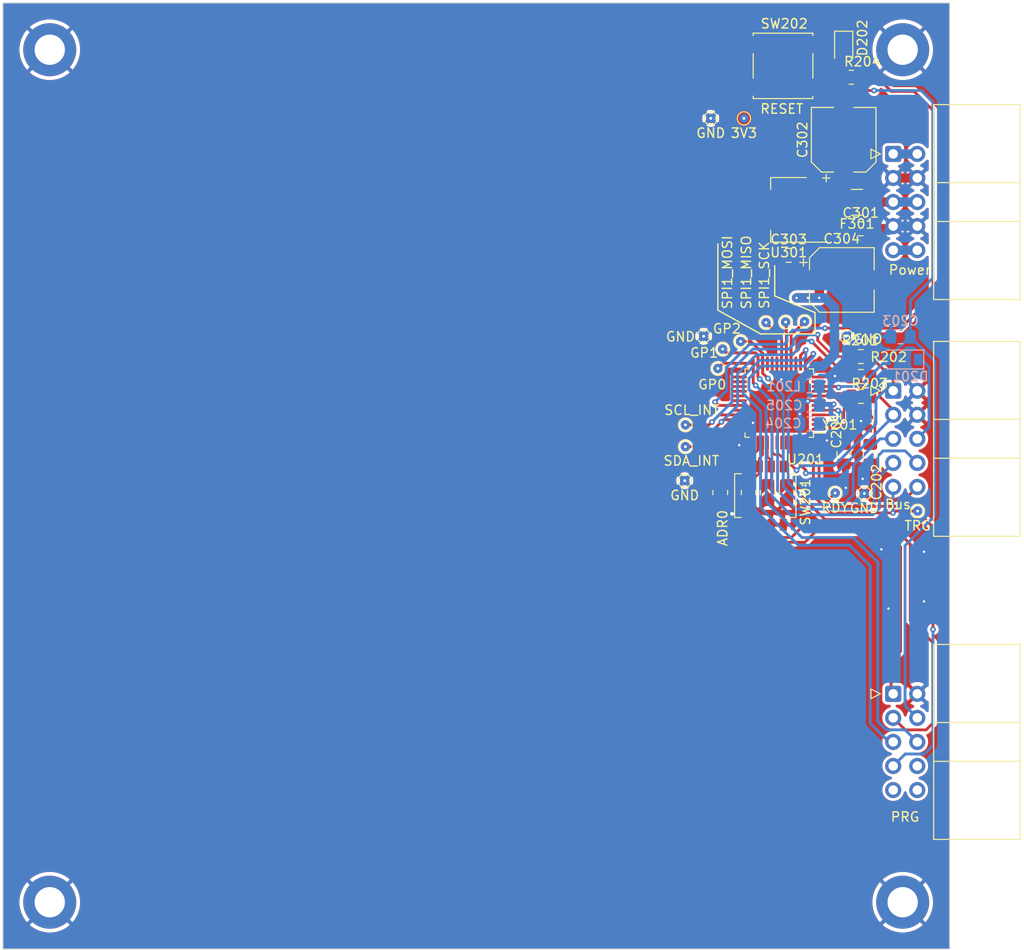
<source format=kicad_pcb>
(kicad_pcb (version 20221018) (generator pcbnew)
  (layers (0 "F.Cu" signal) (31 "B.Cu" signal) (34 "B.Paste" user) (35 "F.Paste" user) (36 "B.SilkS" user "B.Silkscreen") (37 "F.SilkS" user "F.Silkscreen") (38 "B.Mask" user) (39 "F.Mask" user) (44 "Edge.Cuts" user))
  (net 0 "")
  (net 1 "/EuroMeasure/SPI1_SCK")
  (net 2 "GND")
  (net 3 "+5V")
  (net 4 "/EuroMeasure/SPI1_MISO")
  (net 5 "/EuroMeasure/SCL_EXT")
  (net 6 "/EuroMeasure/SDA_EXT")
  (net 7 "/EuroMeasure/GP2")
  (net 8 "/EuroMeasure/RST")
  (net 9 "/EuroMeasure/GP0")
  (net 10 "/EuroMeasure/GP1")
  (net 11 "/EuroMeasure/TRG")
  (net 12 "/EuroMeasure/RDY")
  (net 13 "/EuroMeasure/SWDIO")
  (net 14 "/EuroMeasure/SWCLK")
  (net 15 "+3.3V")
  (net 16 "/EuroMeasure/LOCAL_RST")
  (net 19 "-15V_INPUT")
  (net 20 "/EuroMeasure/RX_DEBUG")
  (net 21 "/EuroMeasure/TX_DEBUG")
  (net 22 "/EuroMeasure/ADR0")
  (net 23 "/EuroMeasure/ADR1")
  (net 24 "/EuroMeasure/ADR2")
  (net 25 "5V_INPUT")
  (net 26 "15V_INPUT")
  (net 27 "/EuroMeasure/SPI1_MOSI")
  (net 29 "/EuroMeasure/ADR3")
  (net 30 "/EuroMeasure/SCL_INT")
  (net 31 "/EuroMeasure/SDA_INT")
  (net 32 "Net-(U201-PF0-OSC_IN)")
  (net 33 "Net-(U201-VREF+)")
  (net 34 "/EuroMeasure/PC13")
  (net 35 "Net-(U201-VBAT)")
  (net 36 "Net-(D202-A)")
  (net 37 "/EuroMeasure/PA0")
  (net 38 "/EuroMeasure/PA1")
  (net 39 "/EuroMeasure/PA4")
  (net 40 "/EuroMeasure/PB0")
  (net 41 "/EuroMeasure/PB2")
  (net 42 "/EuroMeasure/SPI2_SCK")
  (net 43 "/EuroMeasure/SPI2_MISO")
  (net 44 "/EuroMeasure/PA15")
  (net 45 "/EuroMeasure/PB3")
  (net 46 "Net-(U201-PF1-OSC_OUT)")
  (net 47 "/EuroMeasure/PB1")
  (net 48 "/EuroMeasure/SPI2_MOSI")
  (net 49 "/EuroMeasure/PA8")
  (net 50 "/EuroMeasure/PA9")
  (net 51 "/EuroMeasure/PC6")
  (net 52 "/EuroMeasure/PA10")
  (net 53 "/EuroMeasure/PB4")
  (net 54 "/EuroMeasure/PB5")
  (net 55 "Net-(U201-PC7)")
  (net 56 "Net-(C202-Pad1)")
  (footprint "MEMS_Custom:EuroMeasure" (layer "F.Cu") (at 96.2225 50.095)
    (fp_text reference "B201" hide)
    (fp_text value "EuroBoard")
    (fp_rect (start 0.05 0.05) (end 99.95 99.95) (stroke (width 0.1)) (fill none) (layer "Edge.Cuts"))
  )
  (footprint "Capacitor_SMD:C_0805_2012Metric_Pad1.18x1.45mm_HandSolder" (layer "F.Cu") (at 186.8225 91.695 180)
    (fp_text reference "R203")
    (fp_text value "0R")
  )
  (footprint "Capacitor_SMD:C_0805_2012Metric_Pad1.18x1.45mm_HandSolder" (layer "F.Cu") (at 186.8225 89.595)
    (fp_text reference "R202")
    (fp_text value "0R")
  )
  (footprint "Capacitor_SMD:CP_Elec_6.3x7.7" (layer "F.Cu") (at 185 64.6 90)
    (fp_text reference "C302")
    (fp_text value "220u")
  )
  (footprint "MEMS_Passive:R_0805_2012Metric_Jumper" (layer "F.Cu") (at 178.9725 101.845 -90)
    (fp_text reference "JP204" hide)
    (fp_text value "ADR3")
  )
  (footprint "MEMS_Custom:TestPoint_Pad_D1.0mm" (layer "F.Cu") (at 192.8 103.8)
    (fp_text reference "TP211")
    (fp_text value "TRG")
  )
  (footprint "Capacitor_SMD:CP_Elec_6.3x7.7" (layer "F.Cu") (at 184.8 79.4)
    (fp_text reference "C304")
    (fp_text value "220u")
  )
  (footprint "Capacitor_SMD:C_0805_2012Metric_Pad1.18x1.45mm_HandSolder" (layer "F.Cu") (at 186.8 87.495 180)
    (fp_text reference "R201")
    (fp_text value "0R")
  )
  (footprint "Oscillator:Oscillator_SMD_Abracon_ASDMB-4Pin_2.5x2.0mm" (layer "F.Cu") (at 186.8225 94.295 180)
    (fp_text reference "Y201")
    (fp_text value "NX2520 16MHz")
  )
  (footprint "MEMS_Custom:TestPoint_Pad_D1.0mm" (layer "F.Cu") (at 178.8725 83.845 90)
    (fp_text reference "TP207")
    (fp_text value "SPI1_MISO")
  )
  (footprint "MEMS_Custom:TestPoint_Pad_D1.0mm" (layer "F.Cu") (at 174.1225 85.895)
    (fp_text reference "TP213")
    (fp_text value "GP2")
  )
  (footprint "MEMS_Custom:TestPoint_Pad_D1.0mm" (layer "F.Cu") (at 171.7225 88.745)
    (fp_text reference "TP215")
    (fp_text value "GP0")
  )
  (footprint "MEMS_Custom:TestPoint_Pad_D1.0mm" (layer "F.Cu") (at 168.2225 100.595)
    (fp_text reference "TP201")
    (fp_text value "GND")
  )
  (footprint "MEMS_Passive:R_0805_2012Metric_Jumper" (layer "F.Cu") (at 171.9725 101.845 -90)
    (fp_text reference "JP201" hide)
    (fp_text value "ADR0")
  )
  (footprint "Package_TO_SOT_SMD:SOT-223-3_TabPin2" (layer "F.Cu") (at 179.2 72 180)
    (fp_text reference "U301")
    (fp_text value "AMS1117-3.3")
  )
  (footprint "MEMS_Custom:TestPoint_Pad_D1.0mm" (layer "F.Cu") (at 172.2225 86.7)
    (fp_text reference "TP214")
    (fp_text value "GP1")
  )
  (footprint "Package_QFP:LQFP-48_7x7mm_P0.5mm" (layer "F.Cu") (at 178.2 92.4 180)
    (fp_text reference "U201")
    (fp_text value "STM32G030CxT")
  )
  (footprint "MEMS_Custom:TestPoint_Pad_D1.0mm" (layer "F.Cu") (at 180.8725 83.795 90)
    (fp_text reference "TP206")
    (fp_text value "SPI1_SCK")
  )
  (footprint "Button_Switch_SMD:SW_SPST_B3S-1000" (layer "F.Cu") (at 178.6 56.8)
    (fp_text reference "SW202")
    (fp_text value "RESET")
  )
  (footprint "MEMS_Custom:TestPoint_Pad_D1.0mm" (layer "F.Cu") (at 187.1725 101.945)
    (fp_text reference "TP202")
    (fp_text value "GND")
  )
  (footprint "MEMS_Custom:TestPoint_Pad_D1.0mm" (layer "F.Cu") (at 168.3 94.7)
    (fp_text reference "TP209")
    (fp_text value "SCL_INT")
  )
  (footprint "Button_Switch_SMD:SW_DIP_SPSTx04_Slide_Omron_A6H-4101_W6.15mm_P1.27mm" (layer "F.Cu") (at 176.7225 102.17 -90)
    (fp_text reference "SW201")
    (fp_text value "ADR")
  )
  (footprint "MEMS_Custom:TestPoint_Pad_D1.0mm" (layer "F.Cu") (at 185.2725 85.345)
    (fp_text reference "TP205")
    (fp_text value "GND")
  )
  (footprint "LED_SMD:LED_0805_2012Metric_Pad1.15x1.40mm_HandSolder" (layer "F.Cu") (at 185 55 -90)
    (fp_text reference "D202")
    (fp_text value "LED")
  )
  (footprint "MEMS_Passive:R_0805_2012Metric_Jumper" (layer "F.Cu") (at 176.9725 101.845 -90)
    (fp_text reference "JP203" hide)
    (fp_text value "ADR2")
  )
  (footprint "MEMS_Custom:TestPoint_Pad_D1.0mm" (layer "F.Cu") (at 168.3 97)
    (fp_text reference "TP210")
    (fp_text value "SDA_INT")
  )
  (footprint "Resistor_SMD:R_0805_2012Metric_Pad1.20x1.40mm_HandSolder" (layer "F.Cu") (at 185.8 58)
    (fp_text reference "R204")
    (fp_text value "1k")
  )
  (footprint "Capacitor_SMD:C_0805_2012Metric_Pad1.18x1.45mm_HandSolder" (layer "F.Cu") (at 186.8 74)
    (fp_text reference "C301")
    (fp_text value "10u")
  )
  (footprint "Fuse:Fuse_1210_3225Metric" (layer "F.Cu") (at 186.4 71.2 180)
    (fp_text reference "F301")
    (fp_text value "Polyfuse")
  )
  (footprint "MEMS_Custom:TestPoint_Pad_D1.0mm" (layer "F.Cu") (at 174.4725 62.345)
    (fp_text reference "TP301")
    (fp_text value "3V3")
  )
  (footprint "MEMS_Passive:R_0805_2012Metric_Jumper" (layer "F.Cu") (at 174.9725 101.845 -90)
    (fp_text reference "JP202" hide)
    (fp_text value "ADR1")
  )
  (footprint "MEMS_Custom:TestPoint_Pad_D1.0mm" (layer "F.Cu") (at 184.1 101.9)
    (fp_text reference "TP212")
    (fp_text value "RDY")
  )
  (footprint "Capacitor_SMD:C_0805_2012Metric_Pad1.18x1.45mm_HandSolder" (layer "F.Cu") (at 185.0225 97.795 -90)
    (fp_text reference "C201")
    (fp_text value "8p")
  )
  (footprint "MEMS_Custom:TestPoint_Pad_D1.0mm" (layer "F.Cu") (at 170.9725 62.345)
    (fp_text reference "TP203")
    (fp_text value "GND")
  )
  (footprint "Capacitor_SMD:C_0805_2012Metric_Pad1.18x1.45mm_HandSolder" (layer "F.Cu") (at 179.2 76.8)
    (fp_text reference "C303")
    (fp_text value "10u")
  )
  (footprint "MEMS_Custom:TestPoint_Pad_D1.0mm" (layer "F.Cu") (at 176.8 83.9 90)
    (fp_text reference "TP208")
    (fp_text value "SPI1_MOSI")
  )
  (footprint "Capacitor_SMD:C_0805_2012Metric_Pad1.18x1.45mm_HandSolder" (layer "F.Cu") (at 187.8 97.795 -90)
    (fp_text reference "C202")
    (fp_text value "8p")
  )
  (footprint "MEMS_Custom:TestPoint_Pad_D1.0mm" (layer "F.Cu") (at 170.2225 85.345)
    (fp_text reference "TP204")
    (fp_text value "GND")
  )
  (footprint "Diode_SMD:D_SOD-123" (layer "B.Cu") (at 191.2 87.8 180)
    (fp_text reference "D201")
    (fp_text value "1n4148")
  )
  (footprint "Capacitor_SMD:C_0805_2012Metric_Pad1.18x1.45mm_HandSolder" (layer "B.Cu") (at 181.4 92.6 180)
    (fp_text reference "C205")
    (fp_text value "10u")
  )
  (footprint "Capacitor_SMD:C_0805_2012Metric_Pad1.18x1.45mm_HandSolder" (layer "B.Cu") (at 191 85.4 180)
    (fp_text reference "C203")
    (fp_text value "100n")
  )
  (footprint "Capacitor_SMD:C_0805_2012Metric_Pad1.18x1.45mm_HandSolder" (layer "B.Cu") (at 181.4 94.6 180)
    (fp_text reference "C204")
    (fp_text value "100n")
  )
  (footprint "Inductor_SMD:L_0805_2012Metric_Pad1.15x1.40mm_HandSolder" (layer "B.Cu") (at 181.4 90.6)
    (fp_text reference "L201")
    (fp_text value "L_Ferrite")
  )
  (gr_line (start 171.7225 82.595) (end 176.2225 85.095) (stroke (width 0.15)) (layer "F.SilkS"))
  (gr_line (start 189.2225 90.095) (end 188.7225 90.595) (stroke (width 0.15)) (layer "F.SilkS"))
  (gr_line (start 176.2225 85.095) (end 181.9725 85.095) (stroke (width 0.15)) (layer "F.SilkS"))
  (gr_line (start 181.9725 82.845) (end 177.7225 81.095) (stroke (width 0.15)) (layer "F.SilkS"))
  (gr_line (start 171.7225 82.595) (end 171.7225 75.595) (stroke (width 0.15)) (layer "F.SilkS"))
  (gr_line (start 177.7225 81.095) (end 177.7225 77.895) (stroke (width 0.15)) (layer "F.SilkS"))
  (gr_line (start 181.9725 85.095) (end 181.9725 82.845) (stroke (width 0.15)) (layer "F.SilkS"))
  (segment (start 179.45 85.2175) (end 180.8725 83.795) (width 0.3) (layer "F.Cu") (net 1))
  (segment (start 179.45 88.2375) (end 179.45 85.2175) (width 0.3) (layer "F.Cu") (net 1))
  (segment (start 182.3625 92.15) (end 181.4275 92.15) (width 0.25) (layer "F.Cu") (net 2))
  (segment (start 181.2 95.290685) (end 181.854315 95.945) (width 0.25) (layer "F.Cu") (net 2))
  (segment (start 190.2225 73.715) (end 192.7625 73.715) (width 1) (layer "F.Cu") (net 2))
  (segment (start 187.5 79.4) (end 187.45 79.4) (width 1) (layer "F.Cu") (net 2))
  (segment (start 189.9375 74) (end 190.2225 73.715) (width 1) (layer "F.Cu") (net 2))
  (segment (start 187.8375 74) (end 189.9375 74) (width 1) (layer "F.Cu") (net 2))
  (segment (start 192.7625 68.635) (end 190.2225 68.635) (width 1) (layer "F.Cu") (net 2))
  (segment (start 180.5225 90.145) (end 181.9725 88.695) (width 0.25) (layer "F.Cu") (net 2))
  (segment (start 181.25 92.15) (end 181.2 92.2) (width 0.25) (layer "F.Cu") (net 2))
  (segment (start 187.45 79.4) (end 182.35 74.3) (width 1) (layer "F.Cu") (net 2))
  (segment (start 182.3625 92.15) (end 181.25 92.15) (width 0.25) (layer "F.Cu") (net 2))
  (segment (start 181.854315 95.945) (end 181.8725 95.945) (width 0.25) (layer "F.Cu") (net 2))
  (segment (start 174.625 54.55) (end 182.575 54.55) (width 0.3) (layer "F.Cu") (net 2))
  (segment (start 180.2375 76.4125) (end 182.35 74.3) (width 1) (layer "F.Cu") (net 2))
  (segment (start 180.2375 76.8) (end 180.2375 76.4125) (width 1) (layer "F.Cu") (net 2))
  (via (at 193.4725 113.345) (size 0.6) (drill 0.25) (layers "F.Cu" "B.Cu") (net 2))
  (via (at 183.2225 96.345) (size 0.6) (drill 0.25) (layers "F.Cu" "B.Cu") (net 2))
  (via (at 185.2225 101.345) (size 0.6) (drill 0.25) (layers "F.Cu" "B.Cu") (net 2))
  (via (at 173.9725 96.845) (size 0.6) (drill 0.25) (layers "F.Cu" "B.Cu") (net 2))
  (via (at 180.9725 101.095) (size 0.6) (drill 0.25) (layers "F.Cu" "B.Cu") (net 2))
  (via (at 186.9225 85.795) (size 0.6) (drill 0.25) (layers "F.Cu" "B.Cu") (net 2))
  (via (at 188.5225 85.495) (size 0.6) (drill 0.25) (layers "F.Cu" "B.Cu") (net 2))
  (via (at 181.2 92.2) (size 0.6) (drill 0.25) (layers "F.Cu" "B.Cu") (net 2))
  (via (at 187 100.4) (size 0.6) (drill 0.25) (layers "F.Cu" "B.Cu") (net 2))
  (via (at 175.4225 94.495) (size 0.6) (drill 0.25) (layers "F.Cu" "B.Cu") (net 2))
  (via (at 180.3625 93.555) (size 0.6) (drill 0.25) (layers "F.Cu" "B.Cu") (net 2))
  (via (at 188.9725 107.845) (size 0.6) (drill 0.25) (layers "F.Cu" "B.Cu") (net 2))
  (via (at 178.4225 89.895) (size 0.6) (drill 0.25) (layers "F.Cu" "B.Cu") (net 2))
  (via (at 173.2225 104.095) (size 0.8) (drill 0.4) (layers "F.Cu" "B.Cu") (net 2))
  (via (at 193.4725 108.095) (size 0.6) (drill 0.25) (layers "F.Cu" "B.Cu") (net 2))
  (via (at 189.7225 114.095) (size 0.6) (drill 0.25) (layers "F.Cu" "B.Cu") (net 2))
  (via (at 184.0725 89.545) (size 0.6) (drill 0.25) (layers "F.Cu" "B.Cu") (net 2))
  (via (at 186.8225 94.295) (size 0.6) (drill 0.25) (layers "F.Cu" "B.Cu") (net 2))
  (segment (start 180.3625 94.6) (end 180.3625 93.555) (width 0.5) (layer "B.Cu") (net 2))
  (segment (start 180.3625 93.555) (end 180.3625 92.6) (width 0.5) (layer "B.Cu") (net 2))
  (segment (start 189.775 74.1625) (end 190.2225 73.715) (width 1) (layer "B.Cu") (net 2))
  (segment (start 190.2225 73.715) (end 192.7625 73.715) (width 1) (layer "B.Cu") (net 2))
  (segment (start 185 67.3) (end 185 71.2) (width 1) (layer "F.Cu") (net 3))
  (segment (start 185.7625 74) (end 185.7625 71.9625) (width 1) (layer "F.Cu") (net 3))
  (segment (start 183.5 69.7) (end 182.35 69.7) (width 1) (layer "F.Cu") (net 3))
  (segment (start 182.6 69.7) (end 185 67.3) (width 1) (layer "F.Cu") (net 3))
  (segment (start 185.7625 71.9625) (end 185 71.2) (width 1) (layer "F.Cu") (net 3))
  (segment (start 182.35 69.7) (end 182.6 69.7) (width 1) (layer "F.Cu") (net 3))
  (segment (start 185 71.2) (end 183.5 69.7) (width 1) (layer "F.Cu") (net 3))
  (segment (start 178.95 83.9225) (end 178.8725 83.845) (width 0.3) (layer "F.Cu") (net 4))
  (segment (start 178.95 88.2375) (end 178.95 83.9225) (width 0.3) (layer "F.Cu") (net 4))
  (segment (start 179.45 98.9225) (end 179.45 96.5625) (width 0.3) (layer "F.Cu") (net 5))
  (segment (start 190.2225 91.095) (end 189.6325 91.095) (width 0.3) (layer "F.Cu") (net 5))
  (segment (start 190.2225 91.095) (end 190.2225 89.88) (width 0.3) (layer "F.Cu") (net 5))
  (segment (start 190.2225 89.88) (end 187.8375 87.495) (width 0.3) (layer "F.Cu") (net 5))
  (segment (start 180.0225 99.495) (end 179.45 98.9225) (width 0.3) (layer "F.Cu") (net 5))
  (via (at 180.0225 99.495) (size 0.6) (drill 0.25) (layers "F.Cu" "B.Cu") (net 5))
  (segment (start 184 99) (end 188.4 94.6) (width 0.3) (layer "B.Cu") (net 5))
  (segment (start 180.0225 99.495) (end 180.5175 99) (width 0.3) (layer "B.Cu") (net 5))
  (segment (start 180.5175 99) (end 184 99) (width 0.3) (layer "B.Cu") (net 5))
  (segment (start 189.305 91.095) (end 190.2225 91.095) (width 0.3) (layer "B.Cu") (net 5))
  (segment (start 188.4 92) (end 189.305 91.095) (width 0.3) (layer "B.Cu") (net 5))
  (segment (start 188.4 94.6) (end 188.4 92) (width 0.3) (layer "B.Cu") (net 5))
  (segment (start 190.2225 93.635) (end 190.2225 93.143528) (width 0.3) (layer "F.Cu") (net 6))
  (segment (start 179.95 98.430761) (end 179.95 96.5625) (width 0.3) (layer "F.Cu") (net 6))
  (segment (start 190.2225 93.143528) (end 188.7975 91.718528) (width 0.3) (layer "F.Cu") (net 6))
  (segment (start 181 99.480761) (end 179.95 98.430761) (width 0.3) (layer "F.Cu") (net 6))
  (segment (start 188.7975 90.5325) (end 187.86 89.595) (width 0.3) (layer "F.Cu") (net 6))
  (segment (start 188.7975 91.718528) (end 188.7975 90.5325) (width 0.3) (layer "F.Cu") (net 6))
  (segment (start 181 99.8) (end 181 99.480761) (width 0.3) (layer "F.Cu") (net 6))
  (via (at 181 99.8) (size 0.6) (drill 0.25) (layers "F.Cu" "B.Cu") (net 6))
  (segment (start 181 99.8) (end 184.22875 99.8) (width 0.3) (layer "B.Cu") (net 6))
  (segment (start 184.22875 99.8) (end 190.2225 93.80625) (width 0.3) (layer "B.Cu") (net 6))
  (segment (start 190.2225 93.80625) (end 190.2225 93.635) (width 0.3) (layer "B.Cu") (net 6))
  (segment (start 176.45 89.25) (end 177 89.8) (width 0.3) (layer "F.Cu") (net 7))
  (segment (start 175.195 85.895) (end 174.1225 85.895) (width 0.3) (layer "F.Cu") (net 7))
  (segment (start 176.45 88.2375) (end 176.45 87.142894) (width 0.3) (layer "F.Cu") (net 7))
  (segment (start 175.907106 86.6) (end 175.9 86.6) (width 0.3) (layer "F.Cu") (net 7))
  (segment (start 176.45 88.2375) (end 176.45 89.25) (width 0.3) (layer "F.Cu") (net 7))
  (segment (start 175.9 86.6) (end 175.195 85.895) (width 0.3) (layer "F.Cu") (net 7))
  (segment (start 176.45 87.142894) (end 175.907106 86.6) (width 0.3) (layer "F.Cu") (net 7))
  (via (at 177 89.8) (size 0.6) (drill 0.25) (layers "F.Cu" "B.Cu") (net 7))
  (segment (start 178.1725 91.164239) (end 178.6225 91.614239) (width 0.3) (layer "B.Cu") (net 7))
  (segment (start 186 99) (end 188.825 96.175) (width 0.3) (layer "B.Cu") (net 7))
  (segment (start 180.5 103.1) (end 185 103.1) (width 0.3) (layer "B.Cu") (net 7))
  (segment (start 188.825 96.175) (end 190.2225 96.175) (width 0.3) (layer "B.Cu") (net 7))
  (segment (start 177 89.8) (end 178.1725 90.9725) (width 0.3) (layer "B.Cu") (net 7))
  (segment (start 178.6225 91.614239) (end 178.6225 101.2225) (width 0.3) (layer "B.Cu") (net 7))
  (segment (start 178.1725 90.9725) (end 178.1725 91.164239) (width 0.3) (layer "B.Cu") (net 7))
  (segment (start 185 103.1) (end 186 102.1) (width 0.3) (layer "B.Cu") (net 7))
  (segment (start 178.6225 101.2225) (end 180.5 103.1) (width 0.3) (layer "B.Cu") (net 7))
  (segment (start 186 102.1) (end 186 99) (width 0.3) (layer "B.Cu") (net 7))
  (segment (start 194 94.9375) (end 192.7625 96.175) (width 0.3) (layer "B.Cu") (net 8))
  (segment (start 193.2 87.8) (end 194 88.6) (width 0.3) (layer "B.Cu") (net 8))
  (segment (start 194 88.6) (end 194 94.9375) (width 0.3) (layer "B.Cu") (net 8))
  (segment (start 192.85 87.8) (end 193.2 87.8) (width 0.3) (layer "B.Cu") (net 8))
  (segment (start 171.7225 88.745) (end 172.2675 88.2) (width 0.3) (layer "F.Cu") (net 9))
  (segment (start 175.45 90.273352) (end 175.708513 90.531865) (width 0.3) (layer "F.Cu") (net 9))
  (segment (start 175.4125 88.2) (end 175.45 88.2375) (width 0.3) (layer "F.Cu") (net 9))
  (segment (start 175.45 88.2375) (end 175.45 90.273352) (width 0.3) (layer "F.Cu") (net 9))
  (segment (start 172.2675 88.2) (end 175.4125 88.2) (width 0.3) (layer "F.Cu") (net 9))
  (via (at 175.708513 90.531865) (size 0.6) (drill 0.25) (layers "F.Cu" "B.Cu") (net 9))
  (segment (start 188.0675 104.2) (end 188.7725 103.495) (width 0.3) (layer "B.Cu") (net 9))
  (segment (start 175.731865 90.531865) (end 177.4225 92.2225) (width 0.3) (layer "B.Cu") (net 9))
  (segment (start 175.708513 90.531865) (end 175.731865 90.531865) (width 0.3) (layer "B.Cu") (net 9))
  (segment (start 188.7725 100.165) (end 190.2225 98.715) (width 0.3) (layer "B.Cu") (net 9))
  (segment (start 188.7725 103.495) (end 188.7725 100.165) (width 0.3) (layer "B.Cu") (net 9))
  (segment (start 177.4225 92.2225) (end 177.4225 102.2225) (width 0.3) (layer "B.Cu") (net 9))
  (segment (start 177.4225 102.2225) (end 179.4 104.2) (width 0.3) (layer "B.Cu") (net 9))
  (segment (start 179.4 104.2) (end 188.0675 104.2) (width 0.3) (layer "B.Cu") (net 9))
  (segment (start 175.95 87.35) (end 175.7 87.1) (width 0.3) (layer "F.Cu") (net 10))
  (segment (start 175.95 88.2375) (end 175.95 87.35) (width 0.3) (layer "F.Cu") (net 10))
  (segment (start 175.95 89.668532) (end 176.140734 89.859266) (width 0.3) (layer "F.Cu") (net 10))
  (segment (start 175.95 88.2375) (end 175.95 89.668532) (width 0.3) (layer "F.Cu") (net 10))
  (segment (start 172.6225 87.1) (end 172.2225 86.7) (width 0.3) (layer "F.Cu") (net 10))
  (segment (start 175.7 87.1) (end 172.6225 87.1) (width 0.3) (layer "F.Cu") (net 10))
  (via (at 176.140734 89.859266) (size 0.6) (drill 0.25) (layers "F.Cu" "B.Cu") (net 10))
  (segment (start 178.0225 91.741032) (end 178.0225 101.6225) (width 0.3) (layer "B.Cu") (net 10))
  (segment (start 188.2225 99.7775) (end 188.6 99.4) (width 0.3) (layer "B.Cu") (net 10))
  (segment (start 187.5175 103.6) (end 188.2225 102.895) (width 0.3) (layer "B.Cu") (net 10))
  (segment (start 191.4975 97.45) (end 192.7625 98.715) (width 0.3) (layer "B.Cu") (net 10))
  (segment (start 178.0225 101.6225) (end 180 103.6) (width 0.3) (layer "B.Cu") (net 10))
  (segment (start 188.2225 102.895) (end 188.2225 99.7775) (width 0.3) (layer "B.Cu") (net 10))
  (segment (start 180 103.6) (end 187.5175 103.6) (width 0.3) (layer "B.Cu") (net 10))
  (segment (start 176.140734 89.859266) (end 178.0225 91.741032) (width 0.3) (layer "B.Cu") (net 10))
  (segment (start 188.6 99.4) (end 188.6 98) (width 0.3) (layer "B.Cu") (net 10))
  (segment (start 188.6 98) (end 189.15 97.45) (width 0.3) (layer "B.Cu") (net 10))
  (segment (start 189.15 97.45) (end 191.4975 97.45) (width 0.3) (layer "B.Cu") (net 10))
  (segment (start 180.45 97.401041) (end 181.8 98.751041) (width 0.3) (layer "F.Cu") (net 11))
  (segment (start 190.4 103.8) (end 190.2 104) (width 0.3) (layer "F.Cu") (net 11))
  (segment (start 192.8 103.8) (end 190.4 103.8) (width 0.3) (layer "F.Cu") (net 11))
  (segment (start 183.6 104) (end 190.2 104) (width 0.3) (layer "F.Cu") (net 11))
  (segment (start 180.45 96.5625) (end 180.45 97.401041) (width 0.3) (layer "F.Cu") (net 11))
  (segment (start 181.8 98.751041) (end 181.8 102.2) (width 0.3) (layer "F.Cu") (net 11))
  (segment (start 181.8 102.2) (end 183.6 104) (width 0.3) (layer "F.Cu") (net 11))
  (via (at 190.2 104) (size 0.6) (drill 0.25) (layers "F.Cu" "B.Cu") (net 11))
  (segment (start 190.2 101.2775) (end 190.2225 101.255) (width 0.3) (layer "B.Cu") (net 11))
  (segment (start 190.2 104) (end 190.2 101.2775) (width 0.3) (layer "B.Cu") (net 11))
  (segment (start 183.15 102.65) (end 183.795 103.295) (width 0.3) (layer "F.Cu") (net 12))
  (segment (start 190.7225 103.295) (end 192.7625 101.255) (width 0.3) (layer "F.Cu") (net 12))
  (segment (start 182.4 98.0125) (end 182.4 101.9) (width 0.3) (layer "F.Cu") (net 12))
  (segment (start 183.35 102.65) (end 183.15 102.65) (width 0.3) (layer "F.Cu") (net 12))
  (segment (start 183.795 103.295) (end 190.7225 103.295) (width 0.3) (layer "F.Cu") (net 12))
  (segment (start 184.1 101.9) (end 183.35 102.65) (width 0.3) (layer "F.Cu") (net 12))
  (segment (start 180.95 96.5625) (end 182.4 98.0125) (width 0.3) (layer "F.Cu") (net 12))
  (segment (start 182.4 101.9) (end 183.15 102.65) (width 0.3) (layer "F.Cu") (net 12))
  (segment (start 169.4725 103.345) (end 173.2225 107.095) (width 0.3) (layer "F.Cu") (net 13))
  (segment (start 172.75 94.65) (end 169.4725 97.9275) (width 0.3) (layer "F.Cu") (net 13))
  (segment (start 173.2225 107.095) (end 180.905 107.095) (width 0.3) (layer "F.Cu") (net 13))
  (segment (start 190 122.8725) (end 190.2225 123.095) (width 0.3) (layer "F.Cu") (net 13))
  (segment (start 180.905 107.095) (end 182 106) (width 0.3) (layer "F.Cu") (net 13))
  (segment (start 182 106) (end 189.4 106) (width 0.3) (layer "F.Cu") (net 13))
  (segment (start 174.0375 94.65) (end 172.75 94.65) (width 0.3) (layer "F.Cu") (net 13))
  (segment (start 189.4 106) (end 191 107.6) (width 0.3) (layer "F.Cu") (net 13))
  (segment (start 191 107.6) (end 191 118.6) (width 0.3) (layer "F.Cu") (net 13))
  (segment (start 190 119.6) (end 190 122.8725) (width 0.3) (layer "F.Cu") (net 13))
  (segment (start 169.4725 97.9275) (end 169.4725 103.345) (width 0.3) (layer "F.Cu") (net 13))
  (segment (start 191 118.6) (end 190 119.6) (width 0.3) (layer "F.Cu") (net 13))
  (segment (start 174.0375 95.15) (end 173.05 95.15) (width 0.3) (layer "F.Cu") (net 14))
  (segment (start 191.4875 126.9) (end 190.2225 125.635) (width 0.3) (layer "F.Cu") (net 14))
  (segment (start 169.9725 98.2275) (end 169.9725 103.095) (width 0.3) (layer "F.Cu") (net 14))
  (segment (start 193.7 126.9) (end 191.4875 126.9) (width 0.3) (layer "F.Cu") (net 14))
  (segment (start 173.05 95.15) (end 169.9725 98.2275) (width 0.3) (layer "F.Cu") (net 14))
  (segment (start 173.4725 106.595) (end 179.4725 106.595) (width 0.3) (layer "F.Cu") (net 14))
  (segment (start 190.1275 105.4) (end 192.0225 107.295) (width 0.3) (layer "F.Cu") (net 14))
  (segment (start 179.4725 106.595) (end 180.6675 105.4) (width 0.3) (layer "F.Cu") (net 14))
  (segment (start 169.9725 103.095) (end 173.4725 106.595) (width 0.3) (layer "F.Cu") (net 14))
  (segment (start 192.0225 115.295) (end 193.6225 116.895) (width 0.3) (layer "F.Cu") (net 14))
  (segment (start 180.6675 105.4) (end 190.1275 105.4) (width 0.3) (layer "F.Cu") (net 14))
  (segment (start 194.4 117.6725) (end 194.4 126.2) (width 0.3) (layer "F.Cu") (net 14))
  (segment (start 192.0225 107.295) (end 192.0225 115.295) (width 0.3) (layer "F.Cu") (net 14))
  (segment (start 194.4 126.2) (end 193.7 126.9) (width 0.3) (layer "F.Cu") (net 14))
  (segment (start 193.6225 116.895) (end 194.4 117.6725) (width 0.3) (layer "F.Cu") (net 14))
  (segment (start 182.4225 79.7225) (end 182.1 79.4) (width 1) (layer "F.Cu") (net 15))
  (segment (start 181.2225 81.295) (end 182.4225 81.295) (width 1) (layer "F.Cu") (net 15))
  (segment (start 180.681497 79.4) (end 178.1625 76.881003) (width 1) (layer "F.Cu") (net 15))
  (segment (start 178.1625 76.8) (end 178.1625 74.1125) (width 1) (layer "F.Cu") (net 15))
  (segment (start 178.1625 76.881003) (end 178.1625 76.8) (width 1) (layer "F.Cu") (net 15))
  (segment (start 178.1625 74.1125) (end 176.05 72) (width 1) (layer "F.Cu") (net 15))
  (segment (start 182.1 79.4) (end 180.681497 79.4) (width 1) (layer "F.Cu") (net 15))
  (segment (start 182.35 72) (end 176.05 72) (width 1) (layer "F.Cu") (net 15))
  (segment (start 193.6225 104.695) (end 194.4225 105.495) (width 0.3) (layer "F.Cu") (net 15))
  (segment (start 183.0225 104.695) (end 193.6225 104.695) (width 0.3) (layer "F.Cu") (net 15))
  (segment (start 180.4225 102.095) (end 183.0225 104.695) (width 0.3) (layer "F.Cu") (net 15))
  (segment (start 194.4225 105.495) (end 194.4225 116.295) (width 0.3) (layer "F.Cu") (net 15))
  (segment (start 180.0225 81.295) (end 181.2225 81.295) (width 1) (layer "F.Cu") (net 15))
  (segment (start 182.4225 81.295) (end 182.4225 79.7225) (width 1) (layer "F.Cu") (net 15))
  (via (at 182.4225 81.295) (size 0.6) (drill 0.25) (layers "F.Cu" "B.Cu") (net 15))
  (via (at 180.0225 81.295) (size 0.6) (drill 0.25) (layers "F.Cu" "B.Cu") (net 15))
  (via (at 194.4225 116.295) (size 0.6) (drill 0.25) (layers "F.Cu" "B.Cu") (net 15))
  (via (at 180.4225 102.095) (size 0.6) (drill 0.25) (layers "F.Cu" "B.Cu") (net 15))
  (via (at 181.2225 81.295) (size 0.6) (drill 0.25) (layers "F.Cu" "B.Cu") (net 15))
  (segment (start 191.4925 129.445) (end 190.2225 130.715) (width 0.3) (layer "B.Cu") (net 15))
  (segment (start 194.4225 128.545) (end 193.5225 129.445) (width 0.3) (layer "B.Cu") (net 15))
  (segment (start 183.0225 81.295) (end 182.4225 81.295) (width 1) (layer "B.Cu") (net 15))
  (segment (start 182.024582 88.495) (end 182.8225 88.495) (width 1) (layer "B.Cu") (net 15))
  (segment (start 181.2225 81.295) (end 180.0225 81.295) (width 1) (layer "B.Cu") (net 15))
  (segment (start 180.4225 102.045) (end 179.15 100.7725) (width 0.3) (layer "B.Cu") (net 15))
  (segment (start 182.4225 81.295) (end 181.2225 81.295) (width 1) (layer "B.Cu") (net 15))
  (segment (start 184.0225 87.295) (end 184.0225 82.295) (width 1) (layer "B.Cu") (net 15))
  (segment (start 179.15 91.825) (end 180.375 90.6) (width 0.3) (layer "B.Cu") (net 15))
  (segment (start 180.4225 102.095) (end 180.4225 102.045) (width 0.3) (layer "B.Cu") (net 15))
  (segment (start 180.375 90.144582) (end 182.024582 88.495) (width 1) (layer "B.Cu") (net 15))
  (segment (start 179.15 100.7725) (end 179.15 91.825) (width 0.3) (layer "B.Cu") (net 15))
  (segment (start 182.8225 88.495) (end 184.0225 87.295) (width 1) (layer "B.Cu") (net 15))
  (segment (start 193.5225 129.445) (end 191.4925 129.445) (width 0.3) (layer "B.Cu") (net 15))
  (segment (start 194.4225 116.295) (end 194.4225 128.545) (width 0.3) (layer "B.Cu") (net 15))
  (segment (start 184.0225 82.295) (end 183.0225 81.295) (width 1) (layer "B.Cu") (net 15))
  (segment (start 180.375 90.6) (end 180.375 90.144582) (width 1) (layer "B.Cu") (net 15))
  (segment (start 182.575 59.05) (end 183.45 59.05) (width 0.3) (layer "F.Cu") (net 16))
  (segment (start 184.358968 90.65) (end 182.3625 90.65) (width 0.3) (layer "F.Cu") (net 16))
  (segment (start 183.45 59.05) (end 183.8 59.4) (width 0.3) (layer "F.Cu") (net 16))
  (segment (start 183.8 59.4) (end 188.2 59.4) (width 0.3) (layer "F.Cu") (net 16))
  (segment (start 184.461972 90.753004) (end 184.358968 90.65) (width 0.3) (layer "F.Cu") (net 16))
  (segment (start 182.575 59.05) (end 174.625 59.05) (width 0.3) (layer "F.Cu") (net 16))
  (via (at 188.2 59.4) (size 0.6) (drill 0.25) (layers "F.Cu" "B.Cu") (net 16))
  (via (at 184.461972 90.753004) (size 0.6) (drill 0.25) (layers "F.Cu" "B.Cu") (net 16))
  (segment (start 191.95 85.4) (end 189.55 87.8) (width 0.3) (layer "B.Cu") (net 16))
  (segment (start 188.2 59.4) (end 193.2 59.4) (width 0.3) (layer "B.Cu") (net 16))
  (segment (start 191.4725 107.445) (end 194.6225 104.295) (width 0.3) (layer "B.Cu") (net 16))
  (segment (start 193.2 59.4) (end 194.4 60.6) (width 0.3) (layer "B.Cu") (net 16))
  (segment (start 186.7 90.65) (end 189.55 87.8) (width 0.3) (layer "B.Cu") (net 16))
  (segment (start 194.6225 87.985) (end 192.0375 85.4) (width 0.3) (layer "B.Cu") (net 16))
  (segment (start 184.564976 90.65) (end 186.7 90.65) (width 0.3) (layer "B.Cu") (net 16))
  (segment (start 194.6225 104.295) (end 194.6225 87.985) (width 0.3) (layer "B.Cu") (net 16))
  (segment (start 192.7625 125.635) (end 191.4725 124.345) (width 0.3) (layer "B.Cu") (net 16))
  (segment (start 192.0375 85.4) (end 191.95 85.4) (width 0.3) (layer "B.Cu") (net 16))
  (segment (start 191.4725 124.345) (end 191.4725 107.445) (width 0.3) (layer "B.Cu") (net 16))
  (segment (start 192.0375 81.5625) (end 194.4 79.2) (width 0.3) (layer "B.Cu") (net 16))
  (segment (start 194.4 79.2) (end 194.4 60.6) (width 0.3) (layer "B.Cu") (net 16))
  (segment (start 192.0375 85.4) (end 192.0375 81.5625) (width 0.3) (layer "B.Cu") (net 16))
  (segment (start 184.461972 90.753004) (end 184.564976 90.65) (width 0.3) (layer "B.Cu") (net 16))
  (segment (start 190.2225 66.095) (end 192.7625 66.095) (width 1) (layer "B.Cu") (net 19))
  (segment (start 190.155 66.1625) (end 190.2225 66.095) (width 1) (layer "B.Cu") (net 19))
  (segment (start 180.45 88.2375) (end 180.45 87.35) (width 0.3) (layer "F.Cu") (net 20))
  (segment (start 180.45 87.35) (end 181 86.8) (width 0.3) (layer "F.Cu") (net 20))
  (via (at 181 86.8) (size 0.6) (drill 0.25) (layers "F.Cu" "B.Cu") (net 20))
  (segment (start 176.2225 103.4225) (end 180.2 107.4) (width 0.3) (layer "B.Cu") (net 20))
  (segment (start 189.775 128.175) (end 190.2225 128.175) (width 0.3) (layer "B.Cu") (net 20))
  (segment (start 174.4 91.4) (end 176.2225 93.2225) (width 0.3) (layer "B.Cu") (net 20))
  (segment (start 176.2225 93.2225) (end 176.2225 103.4225) (width 0.3) (layer "B.Cu") (net 20))
  (segment (start 176.105 87.895) (end 174.4 89.6) (width 0.3) (layer "B.Cu") (net 20))
  (segment (start 181 87.495) (end 180.6 87.895) (width 0.3) (layer "B.Cu") (net 20))
  (segment (start 187.8 126.2) (end 189.775 128.175) (width 0.3) (layer "B.Cu") (net 20))
  (segment (start 187.8 109.6) (end 187.8 126.2) (width 0.3) (layer "B.Cu") (net 20))
  (segment (start 180.2 107.4) (end 185.6 107.4) (width 0.3) (layer "B.Cu") (net 20))
  (segment (start 181 86.8) (end 181 87.495) (width 0.3) (layer "B.Cu") (net 20))
  (segment (start 185.6 107.4) (end 187.8 109.6) (width 0.3) (layer "B.Cu") (net 20))
  (segment (start 174.4 89.6) (end 174.4 91.4) (width 0.3) (layer "B.Cu") (net 20))
  (segment (start 180.6 87.895) (end 176.105 87.895) (width 0.3) (layer "B.Cu") (net 20))
  (segment (start 180.95 88.2375) (end 180.95 88.05) (width 0.3) (layer "F.Cu") (net 21))
  (segment (start 180.95 88.05) (end 181.8 87.2) (width 0.3) (layer "F.Cu") (net 21))
  (via (at 181.8 87.2) (size 0.6) (drill 0.25) (layers "F.Cu" "B.Cu") (net 21))
  (segment (start 175 91) (end 175 89.8) (width 0.3) (layer "B.Cu") (net 21))
  (segment (start 189.4725 126.895) (end 188.6 126.0225) (width 0.3) (layer "B.Cu") (net 21))
  (segment (start 175 89.8) (end 176.305 88.495) (width 0.3) (layer "B.Cu") (net 21))
  (segment (start 176.8225 102.8225) (end 176.8225 92.8225) (width 0.3) (layer "B.Cu") (net 21))
  (segment (start 192.7625 128.175) (end 191.4825 126.895) (width 0.3) (layer "B.Cu") (net 21))
  (segment (start 181.8 87.5175) (end 181.8 87.2) (width 0.3) (layer "B.Cu") (net 21))
  (segment (start 176.8225 92.8225) (end 175 91) (width 0.3) (layer "B.Cu") (net 21))
  (segment (start 188.6 109.2) (end 186 106.6) (width 0.3) (layer "B.Cu") (net 21))
  (segment (start 176.305 88.495) (end 180.8225 88.495) (width 0.3) (layer "B.Cu") (net 21))
  (segment (start 188.6 126.0225) (end 188.6 109.2) (width 0.3) (layer "B.Cu") (net 21))
  (segment (start 191.4825 126.895) (end 189.4725 126.895) (width 0.3) (layer "B.Cu") (net 21))
  (segment (start 180.8225 88.495) (end 181.8 87.5175) (width 0.3) (layer "B.Cu") (net 21))
  (segment (start 180.6 106.6) (end 176.8225 102.8225) (width 0.3) (layer "B.Cu") (net 21))
  (segment (start 186 106.6) (end 180.6 106.6) (width 0.3) (layer "B.Cu") (net 21))
  (segment (start 175.220685 98.095) (end 174.9725 98.095) (width 0.25) (layer "F.Cu") (net 22))
  (segment (start 175.95 96.5625) (end 175.95 97.365685) (width 0.25) (layer "F.Cu") (net 22))
  (segment (start 173.81 99.095) (end 171.9725 100.9325) (width 0.25) (layer "F.Cu") (net 22))
  (segment (start 175.95 97.365685) (end 175.220685 98.095) (width 0.25) (layer "F.Cu") (net 22))
  (segment (start 174.9725 98.095) (end 174.8175 98.25) (width 0.25) (layer "F.Cu") (net 22))
  (segment (start 174.8175 98.25) (end 174.8175 99.095) (width 0.25) (layer "F.Cu") (net 22))
  (segment (start 174.8175 99.095) (end 173.81 99.095) (width 0.25) (layer "F.Cu") (net 22))
  (segment (start 176.0875 98.23) (end 176.45 97.8675) (width 0.25) (layer "F.Cu") (net 23))
  (segment (start 176.0875 99.095) (end 176.0875 99.8175) (width 0.25) (layer "F.Cu") (net 23))
  (segment (start 176.45 97.8675) (end 176.45 96.5625) (width 0.25) (layer "F.Cu") (net 23))
  (segment (start 176.0875 99.095) (end 176.0875 98.23) (width 0.25) (layer "F.Cu") (net 23))
  (segment (start 176.0875 99.8175) (end 174.9725 100.9325) (width 0.25) (layer "F.Cu") (net 23))
  (segment (start 177.3575 99.095) (end 177.3575 100.5475) (width 0.25) (layer "F.Cu") (net 24))
  (segment (start 176.95 98.0725) (end 176.95 96.5625) (width 0.25) (layer "F.Cu") (net 24))
  (segment (start 177.3575 100.5475) (end 176.9725 100.9325) (width 0.25) (layer "F.Cu") (net 24))
  (segment (start 177.3575 98.48) (end 176.95 98.0725) (width 0.25) (layer "F.Cu") (net 24))
  (segment (start 177.3575 99.095) (end 177.3575 98.48) (width 0.25) (layer "F.Cu") (net 24))
  (segment (start 190.2225 71.175) (end 187.825 71.175) (width 1) (layer "F.Cu") (net 25))
  (segment (start 187.825 71.175) (end 187.8 71.2) (width 1) (layer "F.Cu") (net 25))
  (segment (start 190.2225 71.175) (end 192.7625 71.175) (width 1) (layer "B.Cu") (net 25))
  (segment (start 190.2225 76.255) (end 192.7625 76.255) (width 1) (layer "B.Cu") (net 26))
  (segment (start 190.205 76.2375) (end 190.2225 76.255) (width 1) (layer "B.Cu") (net 26))
  (segment (start 178.45 85.55) (end 176.80875 83.90875) (width 0.3) (layer "F.Cu") (net 27))
  (segment (start 178.45 88.2375) (end 178.45 85.55) (width 0.3) (layer "F.Cu") (net 27))
  (segment (start 176.80875 83.90875) (end 176.8 83.9) (width 0.3) (layer "F.Cu") (net 27))
  (segment (start 178.6275 100.5875) (end 178.9725 100.9325) (width 0.25) (layer "F.Cu") (net 29))
  (segment (start 177.45 97.5725) (end 177.45 96.5625) (width 0.25) (layer "F.Cu") (net 29))
  (segment (start 178.2225 97.845) (end 177.7225 97.845) (width 0.25) (layer "F.Cu") (net 29))
  (segment (start 178.6275 99.095) (end 178.6275 100.5875) (width 0.25) (layer "F.Cu") (net 29))
  (segment (start 178.6275 99.095) (end 178.6275 98.25) (width 0.25) (layer "F.Cu") (net 29))
  (segment (start 177.7225 97.845) (end 177.45 97.5725) (width 0.25) (layer "F.Cu") (net 29))
  (segment (start 178.6275 98.25) (end 178.2225 97.845) (width 0.25) (layer "F.Cu") (net 29))
  (segment (start 170.8 94.7) (end 171.1 94.4) (width 0.3) (layer "F.Cu") (net 30))
  (segment (start 185.7625 87.495) (end 183.9575 87.495) (width 0.25) (layer "F.Cu") (net 30))
  (segment (start 182.253112 85.168805) (end 182.253112 85.790612) (width 0.3) (layer "F.Cu") (net 30))
  (segment (start 168.3 94.7) (end 170.8 94.7) (width 0.3) (layer "F.Cu") (net 30))
  (segment (start 183.9575 87.495) (end 182.253112 85.790612) (width 0.25) (layer "F.Cu") (net 30))
  (segment (start 171.85 93.65) (end 171.1 94.4) (width 0.3) (layer "F.Cu") (net 30))
  (segment (start 174.0375 93.65) (end 171.85 93.65) (width 0.3) (layer "F.Cu") (net 30))
  (via (at 171.1 94.4) (size 0.6) (drill 0.25) (layers "F.Cu" "B.Cu") (net 30))
  (via (at 182.253112 85.168805) (size 0.6) (drill 0.25) (layers "F.Cu" "B.Cu") (net 30))
  (segment (start 175.4 86.7) (end 173.2 88.9) (width 0.3) (layer "B.Cu") (net 30))
  (segment (start 173.2 88.9) (end 173.2 92.3) (width 0.3) (layer "B.Cu") (net 30))
  (segment (start 182.221917 85.2) (end 180.2 85.2) (width 0.3) (layer "B.Cu") (net 30))
  (segment (start 182.253112 85.168805) (end 182.221917 85.2) (width 0.3) (layer "B.Cu") (net 30))
  (segment (start 179.2 86.7) (end 175.4 86.7) (width 0.3) (layer "B.Cu") (net 30))
  (segment (start 179.7 86.2) (end 179.2 86.7) (width 0.3) (layer "B.Cu") (net 30))
  (segment (start 180.2 85.2) (end 179.7 85.7) (width 0.3) (layer "B.Cu") (net 30))
  (segment (start 179.7 85.7) (end 179.7 86.2) (width 0.3) (layer "B.Cu") (net 30))
  (segment (start 173.2 92.3) (end 171.1 94.4) (width 0.3) (layer "B.Cu") (net 30))
  (segment (start 184.4725 88.756852) (end 184.946852 88.756852) (width 0.3) (layer "F.Cu") (net 31))
  (segment (start 174.0375 94.15) (end 172.331468 94.15) (width 0.3) (layer "F.Cu") (net 31))
  (segment (start 181.612331 85.896683) (end 184.4725 88.756852) (width 0.3) (layer "F.Cu") (net 31))
  (segment (start 168.3 97) (end 169.481468 97) (width 0.3) (layer "F.Cu") (net 31))
  (segment (start 184.946852 88.756852) (end 185.785 89.595) (width 0.3) (layer "F.Cu") (net 31))
  (segment (start 169.481468 97) (end 172.090734 94.390734) (width 0.3) (layer "F.Cu") (net 31))
  (segment (start 172.331468 94.15) (end 172.090734 94.390734) (width 0.3) (layer "F.Cu") (net 31))
  (via (at 181.612331 85.896683) (size 0.6) (drill 0.25) (layers "F.Cu" "B.Cu") (net 31))
  (via (at 172.090734 94.390734) (size 0.6) (drill 0.25) (layers "F.Cu" "B.Cu") (net 31))
  (segment (start 181.515648 85.8) (end 180.6 85.8) (width 0.3) (layer "B.Cu") (net 31))
  (segment (start 173.8 89.3) (end 173.8 92.681468) (width 0.3) (layer "B.Cu") (net 31))
  (segment (start 180.2 86.680761) (end 179.580761 87.3) (width 0.3) (layer "B.Cu") (net 31))
  (segment (start 180.2 86.2) (end 180.2 86.680761) (width 0.3) (layer "B.Cu") (net 31))
  (segment (start 180.6 85.8) (end 180.2 86.2) (width 0.3) (layer "B.Cu") (net 31))
  (segment (start 173.8 92.681468) (end 172.090734 94.390734) (width 0.3) (layer "B.Cu") (net 31))
  (segment (start 175.8 87.3) (end 173.8 89.3) (width 0.3) (layer "B.Cu") (net 31))
  (segment (start 181.612331 85.896683) (end 181.515648 85.8) (width 0.3) (layer "B.Cu") (net 31))
  (segment (start 179.580761 87.3) (end 175.8 87.3) (width 0.3) (layer "B.Cu") (net 31))
  (segment (start 185.9975 95.07) (end 185.9975 95.7825) (width 0.25) (layer "F.Cu") (net 32))
  (segment (start 185.9975 95.07) (end 185.025 94.0975) (width 0.25) (layer "F.Cu") (net 32))
  (segment (start 183.1775 91.65) (end 182.3625 91.65) (width 0.25) (layer "F.Cu") (net 32))
  (segment (start 185.025 92.717252) (end 184.142063 91.834315) (width 0.25) (layer "F.Cu") (net 32))
  (segment (start 185.9975 95.7825) (end 185.0225 96.7575) (width 0.25) (layer "F.Cu") (net 32))
  (segment (start 185.025 94.0975) (end 185.025 92.717252) (width 0.25) (layer "F.Cu") (net 32))
  (segment (start 184.142063 91.834315) (end 183.361815 91.834315) (width 0.25) (layer "F.Cu") (net 32))
  (segment (start 183.361815 91.834315) (end 183.1775 91.65) (width 0.25) (layer "F.Cu") (net 32))
  (segment (start 184.366369 93.15) (end 182.3625 93.15) (width 0.25) (layer "F.Cu") (net 33))
  (segment (start 184.4 93.183631) (end 184.366369 93.15) (width 0.25) (layer "F.Cu") (net 33))
  (via (at 184.4 93.183631) (size 0.6) (drill 0.25) (layers "F.Cu" "B.Cu") (net 33))
  (segment (start 184.4 93.183631) (end 184.701805 93.485436) (width 0.5) (layer "B.Cu") (net 33))
  (segment (start 184.258159 94.6) (end 182.475 94.6) (width 0.5) (layer "B.Cu") (net 33))
  (segment (start 184.701805 94.156354) (end 184.258159 94.6) (width 0.5) (layer "B.Cu") (net 33))
  (segment (start 184.701805 93.485436) (end 184.701805 94.156354) (width 0.5) (layer "B.Cu") (net 33))
  (segment (start 183.756112 93.65) (end 182.3625 93.65) (width 0.25) (layer "F.Cu") (net 35))
  (segment (start 183.822166 92.65) (end 182.3625 92.65) (width 0.25) (layer "F.Cu") (net 35))
  (segment (start 183.951805 93.845693) (end 183.756112 93.65) (width 0.25) (layer "F.Cu") (net 35))
  (segment (start 183.948015 92.524151) (end 183.822166 92.65) (width 0.25) (layer "F.Cu") (net 35))
  (via (at 183.948015 92.524151) (size 0.6) (drill 0.25) (layers "F.Cu" "B.Cu") (net 35))
  (via (at 183.951805 93.845693) (size 0.6) (drill 0.25) (layers "F.Cu" "B.Cu") (net 35))
  (segment (start 182.4375 90.6125) (end 182.425 90.6) (width 0.5) (layer "B.Cu") (net 35))
  (segment (start 183.65 92.822166) (end 183.65 93.543888) (width 0.5) (layer "B.Cu") (net 35))
  (segment (start 183.65 93.543888) (end 183.951805 93.845693) (width 0.5) (layer "B.Cu") (net 35))
  (segment (start 183.948015 92.524151) (end 183.65 92.822166) (width 0.5) (layer "B.Cu") (net 35))
  (segment (start 182.513349 92.524151) (end 182.4375 92.6) (width 0.5) (layer "B.Cu") (net 35))
  (segment (start 182.4375 92.6) (end 182.4375 90.6125) (width 0.5) (layer "B.Cu") (net 35))
  (segment (start 183.948015 92.524151) (end 182.513349 92.524151) (width 0.5) (layer "B.Cu") (net 35))
  (segment (start 184.8 56.225) (end 185 56.025) (width 0.3) (layer "F.Cu") (net 36))
  (segment (start 184.8 58) (end 184.8 56.225) (width 0.3) (layer "F.Cu") (net 36))
  (segment (start 183.886827 91.15) (end 184.114831 91.378004) (width 0.25) (layer "F.Cu") (net 46))
  (segment (start 182.3625 91.15) (end 183.886827 91.15) (width 0.25) (layer "F.Cu") (net 46))
  (segment (start 185.468004 91.378004) (end 185.785 91.695) (width 0.25) (layer "F.Cu") (net 46))
  (segment (start 184.114831 91.378004) (end 185.468004 91.378004) (width 0.25) (layer "F.Cu") (net 46))
  (segment (start 191.0225 84.495) (end 194.4225 81.095) (width 0.3) (layer "F.Cu") (net 55))
  (segment (start 186.8 58) (end 186.895 58.095) (width 0.3) (layer "F.Cu") (net 55))
  (segment (start 190.0225 59.495) (end 192.4225 59.495) (width 0.3) (layer "F.Cu") (net 55))
  (segment (start 186.895 58.095) (end 188.6225 58.095) (width 0.3) (layer "F.Cu") (net 55))
  (segment (start 194.4225 61.495) (end 194.4225 81.095) (width 0.3) (layer "F.Cu") (net 55))
  (segment (start 191.0225 84.495) (end 183.0225 84.495) (width 0.3) (layer "F.Cu") (net 55))
  (segment (start 192.4225 59.495) (end 194.4225 61.495) (width 0.3) (layer "F.Cu") (net 55))
  (segment (start 188.6225 58.095) (end 190.0225 59.495) (width 0.3) (layer "F.Cu") (net 55))
  (segment (start 171.7775 92.65) (end 171.4225 92.295) (width 0.3) (layer "F.Cu") (net 55))
  (segment (start 174.0375 92.65) (end 171.7775 92.65) (width 0.3) (layer "F.Cu") (net 55))
  (via (at 183.0225 84.495) (size 0.6) (drill 0.25) (layers "F.Cu" "B.Cu") (net 55))
  (via (at 171.4225 92.295) (size 0.6) (drill 0.25) (layers "F.Cu" "B.Cu") (net 55))
  (segment (start 179.6175 84.7) (end 179.0225 85.295) (width 0.3) (layer "B.Cu") (net 55))
  (segment (start 181.2175 84.7) (end 179.6175 84.7) (width 0.3) (layer "B.Cu") (net 55))
  (segment (start 172.6225 88.619239) (end 175.041739 86.2) (width 0.3) (layer "B.Cu") (net 55))
  (segment (start 175.041739 86.2) (end 178.7175 86.2) (width 0.3) (layer "B.Cu") (net 55))
  (segment (start 181.4225 84.495) (end 181.2175 84.7) (width 0.3) (layer "B.Cu") (net 55))
  (segment (start 171.4225 92.295) (end 172.6225 91.095) (width 0.3) (layer "B.Cu") (net 55))
  (segment (start 179.0225 85.295) (end 179.0225 85.895) (width 0.3) (layer "B.Cu") (net 55))
  (segment (start 172.6225 91.095) (end 172.6225 88.619239) (width 0.3) (layer "B.Cu") (net 55))
  (segment (start 183.0225 84.495) (end 181.4225 84.495) (width 0.3) (layer "B.Cu") (net 55))
  (segment (start 179.0225 85.895) (end 178.7175 86.2) (width 0.3) (layer "B.Cu") (net 55))
  (segment (start 188.2975 96.26) (end 187.8 96.7575) (width 0.25) (layer "F.Cu") (net 56))
  (segment (start 187.6475 93.52) (end 188.2975 94.17) (width 0.25) (layer "F.Cu") (net 56))
  (segment (start 188.2975 94.17) (end 188.2975 96.26) (width 0.25) (layer "F.Cu") (net 56))
  (segment (start 187.7375 96.425) (end 187.8 96.3625) (width 0.3) (layer "F.Cu") (net 56))
  (segment (start 187.8375 96.325) (end 187.8 96.3625) (width 0.3) (layer "F.Cu") (net 56))
  (segment (start 187.6475 91.9075) (end 187.86 91.695) (width 0.25) (layer "F.Cu") (net 56))
  (segment (start 187.6475 93.52) (end 187.6475 91.9075) (width 0.25) (layer "F.Cu") (net 56))
  (zone (net 15) (net_name "+3.3V") (layer "F.Cu") (priority 1) (connect_pads yes (clearance 0)) (min_thickness 0.254) (fill yes (thermal_gap 0.508) (thermal_bridge_width 0.508))
    (polygon (pts (xy 183.3 67) (xy 182.3 68) (xy 180.7 68) (xy 180.7 74.5) (xy 179.4 75.8) (xy 172.9 75.8) (xy 172.9 60.9) (xy 183.3 60.9)))
  )
  (zone (net 2) (net_name "GND") (layers "F&B.Cu") (connect_pads (clearance 0.3)) (min_thickness 0.3) (fill yes (thermal_gap 0.4) (thermal_bridge_width 0.4))
    (polygon (pts (xy 196.2225 150.095) (xy 96.2225 150.095) (xy 96.2225 50.095) (xy 196.2225 50.095)))
  )
)
</source>
